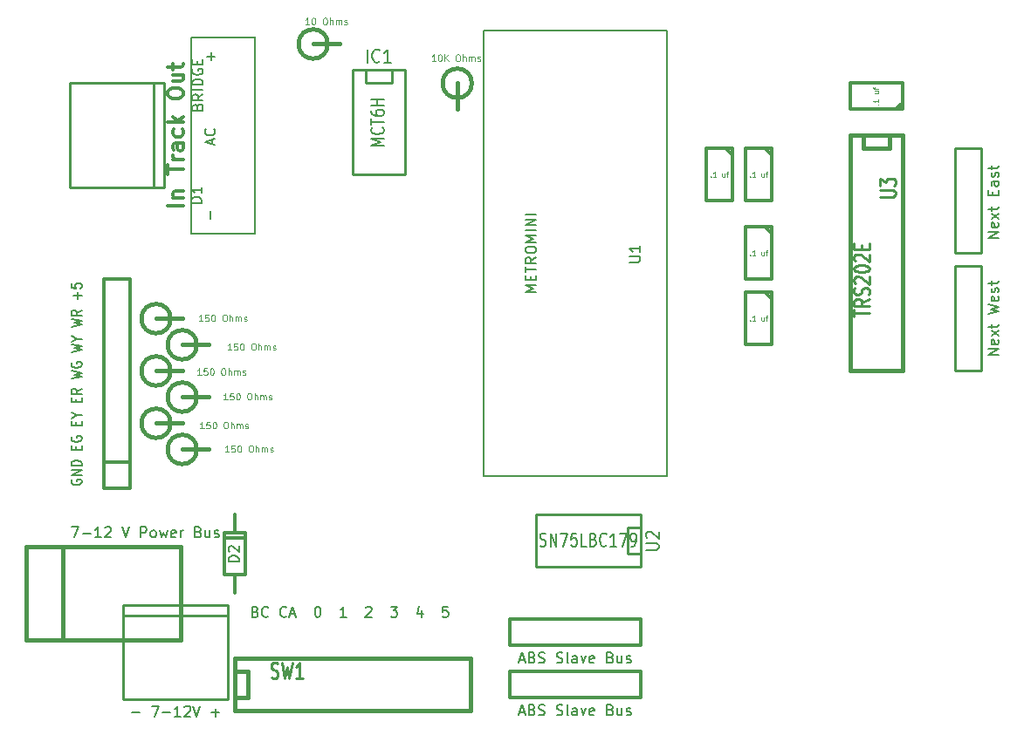
<source format=gto>
G04 (created by PCBNEW (2013-june-11)-stable) date Thu 26 Jul 2018 16:45:46 EDT*
%MOIN*%
G04 Gerber Fmt 3.4, Leading zero omitted, Abs format*
%FSLAX34Y34*%
G01*
G70*
G90*
G04 APERTURE LIST*
%ADD10C,0.00590551*%
%ADD11C,0.012*%
%ADD12C,0.015*%
%ADD13C,0.01*%
%ADD14C,0.0125*%
%ADD15C,0.008*%
%ADD16C,0.004*%
%ADD17C,0.01125*%
%ADD18C,0.00787402*%
G04 APERTURE END LIST*
G54D10*
G54D11*
X35500Y-67500D02*
X34500Y-67500D01*
X34500Y-67500D02*
X34500Y-59500D01*
X34500Y-59500D02*
X35500Y-59500D01*
X35500Y-59500D02*
X35500Y-67500D01*
X35500Y-66500D02*
X34500Y-66500D01*
G54D12*
X36500Y-61000D02*
X37500Y-61000D01*
X37059Y-61000D02*
G75*
G03X37059Y-61000I-559J0D01*
G74*
G01*
X37500Y-62000D02*
X38500Y-62000D01*
X38059Y-62000D02*
G75*
G03X38059Y-62000I-559J0D01*
G74*
G01*
X36500Y-63000D02*
X37500Y-63000D01*
X37059Y-63000D02*
G75*
G03X37059Y-63000I-559J0D01*
G74*
G01*
X37500Y-64000D02*
X38500Y-64000D01*
X38059Y-64000D02*
G75*
G03X38059Y-64000I-559J0D01*
G74*
G01*
X36500Y-65000D02*
X37500Y-65000D01*
X37059Y-65000D02*
G75*
G03X37059Y-65000I-559J0D01*
G74*
G01*
X37500Y-66000D02*
X38500Y-66000D01*
X38059Y-66000D02*
G75*
G03X38059Y-66000I-559J0D01*
G74*
G01*
X48000Y-52000D02*
X48000Y-53000D01*
X48559Y-52000D02*
G75*
G03X48559Y-52000I-559J0D01*
G74*
G01*
X42500Y-50500D02*
X43500Y-50500D01*
X43059Y-50500D02*
G75*
G03X43059Y-50500I-559J0D01*
G74*
G01*
G54D11*
X55000Y-75500D02*
X55000Y-74500D01*
X50000Y-74500D02*
X50000Y-75500D01*
X55000Y-75500D02*
X50000Y-75500D01*
X50000Y-74500D02*
X55000Y-74500D01*
X55000Y-73500D02*
X55000Y-72500D01*
X50000Y-72500D02*
X50000Y-73500D01*
X55000Y-73500D02*
X50000Y-73500D01*
X50000Y-72500D02*
X55000Y-72500D01*
G54D13*
X67000Y-58500D02*
X67000Y-54500D01*
X68000Y-58500D02*
X68000Y-54500D01*
X68000Y-54500D02*
X67000Y-54500D01*
X67000Y-58500D02*
X68000Y-58500D01*
X67000Y-63000D02*
X67000Y-59000D01*
X68000Y-63000D02*
X68000Y-59000D01*
X68000Y-59000D02*
X67000Y-59000D01*
X67000Y-63000D02*
X68000Y-63000D01*
X33500Y-52000D02*
X33200Y-52000D01*
X33200Y-52000D02*
X33200Y-56000D01*
X33200Y-56000D02*
X33500Y-56000D01*
X36800Y-52000D02*
X36800Y-56000D01*
X36800Y-56000D02*
X36400Y-56000D01*
X36400Y-56000D02*
X36400Y-52000D01*
X36400Y-52000D02*
X36800Y-52000D01*
X36500Y-52000D02*
X33500Y-52000D01*
X33500Y-56000D02*
X36500Y-56000D01*
G54D10*
X56003Y-49996D02*
X56003Y-67003D01*
X56003Y-67003D02*
X48996Y-67003D01*
X48996Y-67003D02*
X48996Y-49996D01*
X48996Y-49996D02*
X56003Y-49996D01*
X40287Y-50259D02*
X40287Y-57740D01*
X40287Y-57740D02*
X37826Y-57740D01*
X37826Y-57740D02*
X37826Y-50259D01*
X37826Y-50259D02*
X40287Y-50259D01*
X40287Y-50259D02*
X40287Y-50220D01*
G54D14*
X39500Y-69200D02*
X39500Y-68500D01*
X39500Y-70800D02*
X39500Y-71500D01*
X39100Y-69400D02*
X39900Y-69400D01*
X39100Y-70800D02*
X39900Y-70800D01*
X39900Y-70800D02*
X39900Y-69200D01*
X39900Y-69200D02*
X39100Y-69200D01*
X39100Y-69200D02*
X39100Y-70800D01*
G54D13*
X45500Y-51500D02*
X45500Y-52000D01*
X45500Y-52000D02*
X44500Y-52000D01*
X44500Y-52000D02*
X44500Y-51500D01*
X46000Y-51500D02*
X46000Y-55500D01*
X46000Y-55500D02*
X44000Y-55500D01*
X44000Y-55500D02*
X44000Y-51500D01*
X44000Y-51500D02*
X46000Y-51500D01*
X55000Y-70000D02*
X54500Y-70000D01*
X54500Y-70000D02*
X54500Y-69000D01*
X54500Y-69000D02*
X55000Y-69000D01*
X55000Y-70500D02*
X51000Y-70500D01*
X51000Y-70500D02*
X51000Y-68500D01*
X51000Y-68500D02*
X55000Y-68500D01*
X55000Y-68500D02*
X55000Y-70500D01*
G54D12*
X64500Y-54000D02*
X64500Y-54000D01*
X64500Y-54000D02*
X64500Y-54500D01*
X64500Y-54500D02*
X63500Y-54500D01*
X63500Y-54500D02*
X63500Y-54000D01*
X65000Y-54000D02*
X65000Y-63000D01*
X65000Y-63000D02*
X63000Y-63000D01*
X63000Y-63000D02*
X63000Y-54000D01*
X63000Y-54000D02*
X65000Y-54000D01*
G54D11*
X60000Y-54520D02*
X60000Y-56500D01*
X60000Y-56500D02*
X59000Y-56500D01*
X59000Y-56500D02*
X59000Y-54500D01*
X59000Y-54500D02*
X60000Y-54500D01*
X59750Y-54500D02*
X60000Y-54750D01*
X60000Y-57520D02*
X60000Y-59500D01*
X60000Y-59500D02*
X59000Y-59500D01*
X59000Y-59500D02*
X59000Y-57500D01*
X59000Y-57500D02*
X60000Y-57500D01*
X59750Y-57500D02*
X60000Y-57750D01*
X58500Y-54520D02*
X58500Y-56500D01*
X58500Y-56500D02*
X57500Y-56500D01*
X57500Y-56500D02*
X57500Y-54500D01*
X57500Y-54500D02*
X58500Y-54500D01*
X58250Y-54500D02*
X58500Y-54750D01*
X60000Y-60020D02*
X60000Y-62000D01*
X60000Y-62000D02*
X59000Y-62000D01*
X59000Y-62000D02*
X59000Y-60000D01*
X59000Y-60000D02*
X60000Y-60000D01*
X59750Y-60000D02*
X60000Y-60250D01*
X64980Y-53000D02*
X63000Y-53000D01*
X63000Y-53000D02*
X63000Y-52000D01*
X63000Y-52000D02*
X65000Y-52000D01*
X65000Y-52000D02*
X65000Y-53000D01*
X65000Y-52750D02*
X64750Y-53000D01*
G54D12*
X32925Y-69728D02*
X32925Y-73272D01*
X31547Y-69728D02*
X31547Y-73272D01*
X31547Y-73272D02*
X37452Y-73272D01*
X37452Y-73271D02*
X37452Y-69728D01*
X37452Y-69728D02*
X31547Y-69728D01*
X39500Y-74500D02*
X39500Y-74500D01*
X39500Y-74500D02*
X40000Y-74500D01*
X40000Y-74500D02*
X40000Y-75500D01*
X40000Y-75500D02*
X39500Y-75500D01*
X39500Y-74000D02*
X48500Y-74000D01*
X48500Y-74000D02*
X48500Y-76000D01*
X48500Y-76000D02*
X39500Y-76000D01*
X39500Y-76000D02*
X39500Y-74000D01*
G54D13*
X35250Y-75250D02*
X35250Y-75550D01*
X35250Y-75550D02*
X39250Y-75550D01*
X39250Y-75550D02*
X39250Y-75250D01*
X35250Y-71950D02*
X39250Y-71950D01*
X39250Y-71950D02*
X39250Y-72350D01*
X39250Y-72350D02*
X35250Y-72350D01*
X35250Y-72350D02*
X35250Y-71950D01*
X35250Y-72250D02*
X35250Y-75250D01*
X39250Y-75250D02*
X39250Y-72250D01*
G54D15*
X33280Y-67158D02*
X33261Y-67191D01*
X33261Y-67241D01*
X33280Y-67291D01*
X33319Y-67324D01*
X33357Y-67341D01*
X33433Y-67358D01*
X33490Y-67358D01*
X33566Y-67341D01*
X33604Y-67324D01*
X33642Y-67291D01*
X33661Y-67241D01*
X33661Y-67208D01*
X33642Y-67158D01*
X33623Y-67141D01*
X33490Y-67141D01*
X33490Y-67208D01*
X33661Y-66991D02*
X33261Y-66991D01*
X33661Y-66791D01*
X33261Y-66791D01*
X33661Y-66624D02*
X33261Y-66624D01*
X33261Y-66541D01*
X33280Y-66491D01*
X33319Y-66458D01*
X33357Y-66441D01*
X33433Y-66424D01*
X33490Y-66424D01*
X33566Y-66441D01*
X33604Y-66458D01*
X33642Y-66491D01*
X33661Y-66541D01*
X33661Y-66624D01*
X33452Y-66008D02*
X33452Y-65891D01*
X33661Y-65841D02*
X33661Y-66008D01*
X33261Y-66008D01*
X33261Y-65841D01*
X33280Y-65508D02*
X33261Y-65541D01*
X33261Y-65591D01*
X33280Y-65641D01*
X33319Y-65674D01*
X33357Y-65691D01*
X33433Y-65708D01*
X33490Y-65708D01*
X33566Y-65691D01*
X33604Y-65674D01*
X33642Y-65641D01*
X33661Y-65591D01*
X33661Y-65558D01*
X33642Y-65508D01*
X33623Y-65491D01*
X33490Y-65491D01*
X33490Y-65558D01*
X33452Y-65074D02*
X33452Y-64958D01*
X33661Y-64908D02*
X33661Y-65074D01*
X33261Y-65074D01*
X33261Y-64908D01*
X33471Y-64691D02*
X33661Y-64691D01*
X33261Y-64808D02*
X33471Y-64691D01*
X33261Y-64575D01*
X33452Y-64191D02*
X33452Y-64075D01*
X33661Y-64025D02*
X33661Y-64191D01*
X33261Y-64191D01*
X33261Y-64025D01*
X33661Y-63675D02*
X33471Y-63791D01*
X33661Y-63875D02*
X33261Y-63875D01*
X33261Y-63741D01*
X33280Y-63708D01*
X33300Y-63691D01*
X33338Y-63675D01*
X33395Y-63675D01*
X33433Y-63691D01*
X33452Y-63708D01*
X33471Y-63741D01*
X33471Y-63875D01*
X33261Y-63291D02*
X33661Y-63208D01*
X33376Y-63141D01*
X33661Y-63075D01*
X33261Y-62991D01*
X33280Y-62675D02*
X33261Y-62708D01*
X33261Y-62758D01*
X33280Y-62808D01*
X33319Y-62841D01*
X33357Y-62858D01*
X33433Y-62875D01*
X33490Y-62875D01*
X33566Y-62858D01*
X33604Y-62841D01*
X33642Y-62808D01*
X33661Y-62758D01*
X33661Y-62725D01*
X33642Y-62675D01*
X33623Y-62658D01*
X33490Y-62658D01*
X33490Y-62725D01*
X33261Y-62275D02*
X33661Y-62191D01*
X33376Y-62125D01*
X33661Y-62058D01*
X33261Y-61975D01*
X33471Y-61775D02*
X33661Y-61775D01*
X33261Y-61891D02*
X33471Y-61775D01*
X33261Y-61658D01*
X33261Y-61308D02*
X33661Y-61225D01*
X33376Y-61158D01*
X33661Y-61091D01*
X33261Y-61008D01*
X33661Y-60675D02*
X33471Y-60791D01*
X33661Y-60875D02*
X33261Y-60875D01*
X33261Y-60741D01*
X33280Y-60708D01*
X33300Y-60691D01*
X33338Y-60675D01*
X33395Y-60675D01*
X33433Y-60691D01*
X33452Y-60708D01*
X33471Y-60741D01*
X33471Y-60875D01*
X33509Y-60258D02*
X33509Y-59991D01*
X33661Y-60125D02*
X33357Y-60125D01*
X33261Y-59658D02*
X33261Y-59825D01*
X33452Y-59841D01*
X33433Y-59825D01*
X33414Y-59791D01*
X33414Y-59708D01*
X33433Y-59675D01*
X33452Y-59658D01*
X33490Y-59641D01*
X33585Y-59641D01*
X33623Y-59658D01*
X33642Y-59675D01*
X33661Y-59708D01*
X33661Y-59791D01*
X33642Y-59825D01*
X33623Y-59841D01*
G54D16*
X38276Y-61101D02*
X38133Y-61101D01*
X38204Y-61101D02*
X38204Y-60851D01*
X38180Y-60886D01*
X38157Y-60910D01*
X38133Y-60922D01*
X38502Y-60851D02*
X38383Y-60851D01*
X38371Y-60970D01*
X38383Y-60958D01*
X38407Y-60946D01*
X38466Y-60946D01*
X38490Y-60958D01*
X38502Y-60970D01*
X38514Y-60994D01*
X38514Y-61053D01*
X38502Y-61077D01*
X38490Y-61089D01*
X38466Y-61101D01*
X38407Y-61101D01*
X38383Y-61089D01*
X38371Y-61077D01*
X38669Y-60851D02*
X38692Y-60851D01*
X38716Y-60863D01*
X38728Y-60875D01*
X38740Y-60898D01*
X38752Y-60946D01*
X38752Y-61005D01*
X38740Y-61053D01*
X38728Y-61077D01*
X38716Y-61089D01*
X38692Y-61101D01*
X38669Y-61101D01*
X38645Y-61089D01*
X38633Y-61077D01*
X38621Y-61053D01*
X38609Y-61005D01*
X38609Y-60946D01*
X38621Y-60898D01*
X38633Y-60875D01*
X38645Y-60863D01*
X38669Y-60851D01*
X39097Y-60851D02*
X39145Y-60851D01*
X39169Y-60863D01*
X39192Y-60886D01*
X39204Y-60934D01*
X39204Y-61017D01*
X39192Y-61065D01*
X39169Y-61089D01*
X39145Y-61101D01*
X39097Y-61101D01*
X39073Y-61089D01*
X39050Y-61065D01*
X39038Y-61017D01*
X39038Y-60934D01*
X39050Y-60886D01*
X39073Y-60863D01*
X39097Y-60851D01*
X39311Y-61101D02*
X39311Y-60851D01*
X39419Y-61101D02*
X39419Y-60970D01*
X39407Y-60946D01*
X39383Y-60934D01*
X39347Y-60934D01*
X39323Y-60946D01*
X39311Y-60958D01*
X39538Y-61101D02*
X39538Y-60934D01*
X39538Y-60958D02*
X39550Y-60946D01*
X39573Y-60934D01*
X39609Y-60934D01*
X39633Y-60946D01*
X39645Y-60970D01*
X39645Y-61101D01*
X39645Y-60970D02*
X39657Y-60946D01*
X39680Y-60934D01*
X39716Y-60934D01*
X39740Y-60946D01*
X39752Y-60970D01*
X39752Y-61101D01*
X39859Y-61089D02*
X39883Y-61101D01*
X39930Y-61101D01*
X39954Y-61089D01*
X39966Y-61065D01*
X39966Y-61053D01*
X39954Y-61029D01*
X39930Y-61017D01*
X39895Y-61017D01*
X39871Y-61005D01*
X39859Y-60982D01*
X39859Y-60970D01*
X39871Y-60946D01*
X39895Y-60934D01*
X39930Y-60934D01*
X39954Y-60946D01*
X39376Y-62201D02*
X39233Y-62201D01*
X39304Y-62201D02*
X39304Y-61951D01*
X39280Y-61986D01*
X39257Y-62010D01*
X39233Y-62022D01*
X39602Y-61951D02*
X39483Y-61951D01*
X39471Y-62070D01*
X39483Y-62058D01*
X39507Y-62046D01*
X39566Y-62046D01*
X39590Y-62058D01*
X39602Y-62070D01*
X39614Y-62094D01*
X39614Y-62153D01*
X39602Y-62177D01*
X39590Y-62189D01*
X39566Y-62201D01*
X39507Y-62201D01*
X39483Y-62189D01*
X39471Y-62177D01*
X39769Y-61951D02*
X39792Y-61951D01*
X39816Y-61963D01*
X39828Y-61975D01*
X39840Y-61998D01*
X39852Y-62046D01*
X39852Y-62105D01*
X39840Y-62153D01*
X39828Y-62177D01*
X39816Y-62189D01*
X39792Y-62201D01*
X39769Y-62201D01*
X39745Y-62189D01*
X39733Y-62177D01*
X39721Y-62153D01*
X39709Y-62105D01*
X39709Y-62046D01*
X39721Y-61998D01*
X39733Y-61975D01*
X39745Y-61963D01*
X39769Y-61951D01*
X40197Y-61951D02*
X40245Y-61951D01*
X40269Y-61963D01*
X40292Y-61986D01*
X40304Y-62034D01*
X40304Y-62117D01*
X40292Y-62165D01*
X40269Y-62189D01*
X40245Y-62201D01*
X40197Y-62201D01*
X40173Y-62189D01*
X40150Y-62165D01*
X40138Y-62117D01*
X40138Y-62034D01*
X40150Y-61986D01*
X40173Y-61963D01*
X40197Y-61951D01*
X40411Y-62201D02*
X40411Y-61951D01*
X40519Y-62201D02*
X40519Y-62070D01*
X40507Y-62046D01*
X40483Y-62034D01*
X40447Y-62034D01*
X40423Y-62046D01*
X40411Y-62058D01*
X40638Y-62201D02*
X40638Y-62034D01*
X40638Y-62058D02*
X40650Y-62046D01*
X40673Y-62034D01*
X40709Y-62034D01*
X40733Y-62046D01*
X40745Y-62070D01*
X40745Y-62201D01*
X40745Y-62070D02*
X40757Y-62046D01*
X40780Y-62034D01*
X40816Y-62034D01*
X40840Y-62046D01*
X40852Y-62070D01*
X40852Y-62201D01*
X40959Y-62189D02*
X40983Y-62201D01*
X41030Y-62201D01*
X41054Y-62189D01*
X41066Y-62165D01*
X41066Y-62153D01*
X41054Y-62129D01*
X41030Y-62117D01*
X40995Y-62117D01*
X40971Y-62105D01*
X40959Y-62082D01*
X40959Y-62070D01*
X40971Y-62046D01*
X40995Y-62034D01*
X41030Y-62034D01*
X41054Y-62046D01*
X38226Y-63151D02*
X38083Y-63151D01*
X38154Y-63151D02*
X38154Y-62901D01*
X38130Y-62936D01*
X38107Y-62960D01*
X38083Y-62972D01*
X38452Y-62901D02*
X38333Y-62901D01*
X38321Y-63020D01*
X38333Y-63008D01*
X38357Y-62996D01*
X38416Y-62996D01*
X38440Y-63008D01*
X38452Y-63020D01*
X38464Y-63044D01*
X38464Y-63103D01*
X38452Y-63127D01*
X38440Y-63139D01*
X38416Y-63151D01*
X38357Y-63151D01*
X38333Y-63139D01*
X38321Y-63127D01*
X38619Y-62901D02*
X38642Y-62901D01*
X38666Y-62913D01*
X38678Y-62925D01*
X38690Y-62948D01*
X38702Y-62996D01*
X38702Y-63055D01*
X38690Y-63103D01*
X38678Y-63127D01*
X38666Y-63139D01*
X38642Y-63151D01*
X38619Y-63151D01*
X38595Y-63139D01*
X38583Y-63127D01*
X38571Y-63103D01*
X38559Y-63055D01*
X38559Y-62996D01*
X38571Y-62948D01*
X38583Y-62925D01*
X38595Y-62913D01*
X38619Y-62901D01*
X39047Y-62901D02*
X39095Y-62901D01*
X39119Y-62913D01*
X39142Y-62936D01*
X39154Y-62984D01*
X39154Y-63067D01*
X39142Y-63115D01*
X39119Y-63139D01*
X39095Y-63151D01*
X39047Y-63151D01*
X39023Y-63139D01*
X39000Y-63115D01*
X38988Y-63067D01*
X38988Y-62984D01*
X39000Y-62936D01*
X39023Y-62913D01*
X39047Y-62901D01*
X39261Y-63151D02*
X39261Y-62901D01*
X39369Y-63151D02*
X39369Y-63020D01*
X39357Y-62996D01*
X39333Y-62984D01*
X39297Y-62984D01*
X39273Y-62996D01*
X39261Y-63008D01*
X39488Y-63151D02*
X39488Y-62984D01*
X39488Y-63008D02*
X39500Y-62996D01*
X39523Y-62984D01*
X39559Y-62984D01*
X39583Y-62996D01*
X39595Y-63020D01*
X39595Y-63151D01*
X39595Y-63020D02*
X39607Y-62996D01*
X39630Y-62984D01*
X39666Y-62984D01*
X39690Y-62996D01*
X39702Y-63020D01*
X39702Y-63151D01*
X39809Y-63139D02*
X39833Y-63151D01*
X39880Y-63151D01*
X39904Y-63139D01*
X39916Y-63115D01*
X39916Y-63103D01*
X39904Y-63079D01*
X39880Y-63067D01*
X39845Y-63067D01*
X39821Y-63055D01*
X39809Y-63032D01*
X39809Y-63020D01*
X39821Y-62996D01*
X39845Y-62984D01*
X39880Y-62984D01*
X39904Y-62996D01*
X39226Y-64101D02*
X39083Y-64101D01*
X39154Y-64101D02*
X39154Y-63851D01*
X39130Y-63886D01*
X39107Y-63910D01*
X39083Y-63922D01*
X39452Y-63851D02*
X39333Y-63851D01*
X39321Y-63970D01*
X39333Y-63958D01*
X39357Y-63946D01*
X39416Y-63946D01*
X39440Y-63958D01*
X39452Y-63970D01*
X39464Y-63994D01*
X39464Y-64053D01*
X39452Y-64077D01*
X39440Y-64089D01*
X39416Y-64101D01*
X39357Y-64101D01*
X39333Y-64089D01*
X39321Y-64077D01*
X39619Y-63851D02*
X39642Y-63851D01*
X39666Y-63863D01*
X39678Y-63875D01*
X39690Y-63898D01*
X39702Y-63946D01*
X39702Y-64005D01*
X39690Y-64053D01*
X39678Y-64077D01*
X39666Y-64089D01*
X39642Y-64101D01*
X39619Y-64101D01*
X39595Y-64089D01*
X39583Y-64077D01*
X39571Y-64053D01*
X39559Y-64005D01*
X39559Y-63946D01*
X39571Y-63898D01*
X39583Y-63875D01*
X39595Y-63863D01*
X39619Y-63851D01*
X40047Y-63851D02*
X40095Y-63851D01*
X40119Y-63863D01*
X40142Y-63886D01*
X40154Y-63934D01*
X40154Y-64017D01*
X40142Y-64065D01*
X40119Y-64089D01*
X40095Y-64101D01*
X40047Y-64101D01*
X40023Y-64089D01*
X40000Y-64065D01*
X39988Y-64017D01*
X39988Y-63934D01*
X40000Y-63886D01*
X40023Y-63863D01*
X40047Y-63851D01*
X40261Y-64101D02*
X40261Y-63851D01*
X40369Y-64101D02*
X40369Y-63970D01*
X40357Y-63946D01*
X40333Y-63934D01*
X40297Y-63934D01*
X40273Y-63946D01*
X40261Y-63958D01*
X40488Y-64101D02*
X40488Y-63934D01*
X40488Y-63958D02*
X40500Y-63946D01*
X40523Y-63934D01*
X40559Y-63934D01*
X40583Y-63946D01*
X40595Y-63970D01*
X40595Y-64101D01*
X40595Y-63970D02*
X40607Y-63946D01*
X40630Y-63934D01*
X40666Y-63934D01*
X40690Y-63946D01*
X40702Y-63970D01*
X40702Y-64101D01*
X40809Y-64089D02*
X40833Y-64101D01*
X40880Y-64101D01*
X40904Y-64089D01*
X40916Y-64065D01*
X40916Y-64053D01*
X40904Y-64029D01*
X40880Y-64017D01*
X40845Y-64017D01*
X40821Y-64005D01*
X40809Y-63982D01*
X40809Y-63970D01*
X40821Y-63946D01*
X40845Y-63934D01*
X40880Y-63934D01*
X40904Y-63946D01*
X38326Y-65201D02*
X38183Y-65201D01*
X38254Y-65201D02*
X38254Y-64951D01*
X38230Y-64986D01*
X38207Y-65010D01*
X38183Y-65022D01*
X38552Y-64951D02*
X38433Y-64951D01*
X38421Y-65070D01*
X38433Y-65058D01*
X38457Y-65046D01*
X38516Y-65046D01*
X38540Y-65058D01*
X38552Y-65070D01*
X38564Y-65094D01*
X38564Y-65153D01*
X38552Y-65177D01*
X38540Y-65189D01*
X38516Y-65201D01*
X38457Y-65201D01*
X38433Y-65189D01*
X38421Y-65177D01*
X38719Y-64951D02*
X38742Y-64951D01*
X38766Y-64963D01*
X38778Y-64975D01*
X38790Y-64998D01*
X38802Y-65046D01*
X38802Y-65105D01*
X38790Y-65153D01*
X38778Y-65177D01*
X38766Y-65189D01*
X38742Y-65201D01*
X38719Y-65201D01*
X38695Y-65189D01*
X38683Y-65177D01*
X38671Y-65153D01*
X38659Y-65105D01*
X38659Y-65046D01*
X38671Y-64998D01*
X38683Y-64975D01*
X38695Y-64963D01*
X38719Y-64951D01*
X39147Y-64951D02*
X39195Y-64951D01*
X39219Y-64963D01*
X39242Y-64986D01*
X39254Y-65034D01*
X39254Y-65117D01*
X39242Y-65165D01*
X39219Y-65189D01*
X39195Y-65201D01*
X39147Y-65201D01*
X39123Y-65189D01*
X39100Y-65165D01*
X39088Y-65117D01*
X39088Y-65034D01*
X39100Y-64986D01*
X39123Y-64963D01*
X39147Y-64951D01*
X39361Y-65201D02*
X39361Y-64951D01*
X39469Y-65201D02*
X39469Y-65070D01*
X39457Y-65046D01*
X39433Y-65034D01*
X39397Y-65034D01*
X39373Y-65046D01*
X39361Y-65058D01*
X39588Y-65201D02*
X39588Y-65034D01*
X39588Y-65058D02*
X39600Y-65046D01*
X39623Y-65034D01*
X39659Y-65034D01*
X39683Y-65046D01*
X39695Y-65070D01*
X39695Y-65201D01*
X39695Y-65070D02*
X39707Y-65046D01*
X39730Y-65034D01*
X39766Y-65034D01*
X39790Y-65046D01*
X39802Y-65070D01*
X39802Y-65201D01*
X39909Y-65189D02*
X39933Y-65201D01*
X39980Y-65201D01*
X40004Y-65189D01*
X40016Y-65165D01*
X40016Y-65153D01*
X40004Y-65129D01*
X39980Y-65117D01*
X39945Y-65117D01*
X39921Y-65105D01*
X39909Y-65082D01*
X39909Y-65070D01*
X39921Y-65046D01*
X39945Y-65034D01*
X39980Y-65034D01*
X40004Y-65046D01*
X39276Y-66101D02*
X39133Y-66101D01*
X39204Y-66101D02*
X39204Y-65851D01*
X39180Y-65886D01*
X39157Y-65910D01*
X39133Y-65922D01*
X39502Y-65851D02*
X39383Y-65851D01*
X39371Y-65970D01*
X39383Y-65958D01*
X39407Y-65946D01*
X39466Y-65946D01*
X39490Y-65958D01*
X39502Y-65970D01*
X39514Y-65994D01*
X39514Y-66053D01*
X39502Y-66077D01*
X39490Y-66089D01*
X39466Y-66101D01*
X39407Y-66101D01*
X39383Y-66089D01*
X39371Y-66077D01*
X39669Y-65851D02*
X39692Y-65851D01*
X39716Y-65863D01*
X39728Y-65875D01*
X39740Y-65898D01*
X39752Y-65946D01*
X39752Y-66005D01*
X39740Y-66053D01*
X39728Y-66077D01*
X39716Y-66089D01*
X39692Y-66101D01*
X39669Y-66101D01*
X39645Y-66089D01*
X39633Y-66077D01*
X39621Y-66053D01*
X39609Y-66005D01*
X39609Y-65946D01*
X39621Y-65898D01*
X39633Y-65875D01*
X39645Y-65863D01*
X39669Y-65851D01*
X40097Y-65851D02*
X40145Y-65851D01*
X40169Y-65863D01*
X40192Y-65886D01*
X40204Y-65934D01*
X40204Y-66017D01*
X40192Y-66065D01*
X40169Y-66089D01*
X40145Y-66101D01*
X40097Y-66101D01*
X40073Y-66089D01*
X40050Y-66065D01*
X40038Y-66017D01*
X40038Y-65934D01*
X40050Y-65886D01*
X40073Y-65863D01*
X40097Y-65851D01*
X40311Y-66101D02*
X40311Y-65851D01*
X40419Y-66101D02*
X40419Y-65970D01*
X40407Y-65946D01*
X40383Y-65934D01*
X40347Y-65934D01*
X40323Y-65946D01*
X40311Y-65958D01*
X40538Y-66101D02*
X40538Y-65934D01*
X40538Y-65958D02*
X40550Y-65946D01*
X40573Y-65934D01*
X40609Y-65934D01*
X40633Y-65946D01*
X40645Y-65970D01*
X40645Y-66101D01*
X40645Y-65970D02*
X40657Y-65946D01*
X40680Y-65934D01*
X40716Y-65934D01*
X40740Y-65946D01*
X40752Y-65970D01*
X40752Y-66101D01*
X40859Y-66089D02*
X40883Y-66101D01*
X40930Y-66101D01*
X40954Y-66089D01*
X40966Y-66065D01*
X40966Y-66053D01*
X40954Y-66029D01*
X40930Y-66017D01*
X40895Y-66017D01*
X40871Y-66005D01*
X40859Y-65982D01*
X40859Y-65970D01*
X40871Y-65946D01*
X40895Y-65934D01*
X40930Y-65934D01*
X40954Y-65946D01*
X47170Y-51151D02*
X47027Y-51151D01*
X47098Y-51151D02*
X47098Y-50901D01*
X47075Y-50936D01*
X47051Y-50960D01*
X47027Y-50972D01*
X47325Y-50901D02*
X47348Y-50901D01*
X47372Y-50913D01*
X47384Y-50925D01*
X47396Y-50948D01*
X47408Y-50996D01*
X47408Y-51055D01*
X47396Y-51103D01*
X47384Y-51127D01*
X47372Y-51139D01*
X47348Y-51151D01*
X47325Y-51151D01*
X47301Y-51139D01*
X47289Y-51127D01*
X47277Y-51103D01*
X47265Y-51055D01*
X47265Y-50996D01*
X47277Y-50948D01*
X47289Y-50925D01*
X47301Y-50913D01*
X47325Y-50901D01*
X47515Y-51151D02*
X47515Y-50901D01*
X47658Y-51151D02*
X47551Y-51008D01*
X47658Y-50901D02*
X47515Y-51044D01*
X48003Y-50901D02*
X48051Y-50901D01*
X48075Y-50913D01*
X48098Y-50936D01*
X48110Y-50984D01*
X48110Y-51067D01*
X48098Y-51115D01*
X48075Y-51139D01*
X48051Y-51151D01*
X48003Y-51151D01*
X47979Y-51139D01*
X47955Y-51115D01*
X47944Y-51067D01*
X47944Y-50984D01*
X47955Y-50936D01*
X47979Y-50913D01*
X48003Y-50901D01*
X48217Y-51151D02*
X48217Y-50901D01*
X48325Y-51151D02*
X48325Y-51020D01*
X48313Y-50996D01*
X48289Y-50984D01*
X48253Y-50984D01*
X48229Y-50996D01*
X48217Y-51008D01*
X48444Y-51151D02*
X48444Y-50984D01*
X48444Y-51008D02*
X48455Y-50996D01*
X48479Y-50984D01*
X48515Y-50984D01*
X48539Y-50996D01*
X48551Y-51020D01*
X48551Y-51151D01*
X48551Y-51020D02*
X48563Y-50996D01*
X48586Y-50984D01*
X48622Y-50984D01*
X48646Y-50996D01*
X48658Y-51020D01*
X48658Y-51151D01*
X48765Y-51139D02*
X48789Y-51151D01*
X48836Y-51151D01*
X48860Y-51139D01*
X48872Y-51115D01*
X48872Y-51103D01*
X48860Y-51079D01*
X48836Y-51067D01*
X48801Y-51067D01*
X48777Y-51055D01*
X48765Y-51032D01*
X48765Y-51020D01*
X48777Y-50996D01*
X48801Y-50984D01*
X48836Y-50984D01*
X48860Y-50996D01*
X42345Y-49751D02*
X42202Y-49751D01*
X42273Y-49751D02*
X42273Y-49501D01*
X42250Y-49536D01*
X42226Y-49560D01*
X42202Y-49572D01*
X42500Y-49501D02*
X42523Y-49501D01*
X42547Y-49513D01*
X42559Y-49525D01*
X42571Y-49548D01*
X42583Y-49596D01*
X42583Y-49655D01*
X42571Y-49703D01*
X42559Y-49727D01*
X42547Y-49739D01*
X42523Y-49751D01*
X42500Y-49751D01*
X42476Y-49739D01*
X42464Y-49727D01*
X42452Y-49703D01*
X42440Y-49655D01*
X42440Y-49596D01*
X42452Y-49548D01*
X42464Y-49525D01*
X42476Y-49513D01*
X42500Y-49501D01*
X42928Y-49501D02*
X42976Y-49501D01*
X43000Y-49513D01*
X43023Y-49536D01*
X43035Y-49584D01*
X43035Y-49667D01*
X43023Y-49715D01*
X43000Y-49739D01*
X42976Y-49751D01*
X42928Y-49751D01*
X42904Y-49739D01*
X42880Y-49715D01*
X42869Y-49667D01*
X42869Y-49584D01*
X42880Y-49536D01*
X42904Y-49513D01*
X42928Y-49501D01*
X43142Y-49751D02*
X43142Y-49501D01*
X43250Y-49751D02*
X43250Y-49620D01*
X43238Y-49596D01*
X43214Y-49584D01*
X43178Y-49584D01*
X43154Y-49596D01*
X43142Y-49608D01*
X43369Y-49751D02*
X43369Y-49584D01*
X43369Y-49608D02*
X43380Y-49596D01*
X43404Y-49584D01*
X43440Y-49584D01*
X43464Y-49596D01*
X43476Y-49620D01*
X43476Y-49751D01*
X43476Y-49620D02*
X43488Y-49596D01*
X43511Y-49584D01*
X43547Y-49584D01*
X43571Y-49596D01*
X43583Y-49620D01*
X43583Y-49751D01*
X43690Y-49739D02*
X43714Y-49751D01*
X43761Y-49751D01*
X43785Y-49739D01*
X43797Y-49715D01*
X43797Y-49703D01*
X43785Y-49679D01*
X43761Y-49667D01*
X43726Y-49667D01*
X43702Y-49655D01*
X43690Y-49632D01*
X43690Y-49620D01*
X43702Y-49596D01*
X43726Y-49584D01*
X43761Y-49584D01*
X43785Y-49596D01*
G54D15*
X50366Y-76047D02*
X50557Y-76047D01*
X50328Y-76161D02*
X50461Y-75761D01*
X50595Y-76161D01*
X50861Y-75952D02*
X50919Y-75971D01*
X50938Y-75990D01*
X50957Y-76028D01*
X50957Y-76085D01*
X50938Y-76123D01*
X50919Y-76142D01*
X50880Y-76161D01*
X50728Y-76161D01*
X50728Y-75761D01*
X50861Y-75761D01*
X50900Y-75780D01*
X50919Y-75800D01*
X50938Y-75838D01*
X50938Y-75876D01*
X50919Y-75914D01*
X50900Y-75933D01*
X50861Y-75952D01*
X50728Y-75952D01*
X51109Y-76142D02*
X51166Y-76161D01*
X51261Y-76161D01*
X51300Y-76142D01*
X51319Y-76123D01*
X51338Y-76085D01*
X51338Y-76047D01*
X51319Y-76009D01*
X51300Y-75990D01*
X51261Y-75971D01*
X51185Y-75952D01*
X51147Y-75933D01*
X51128Y-75914D01*
X51109Y-75876D01*
X51109Y-75838D01*
X51128Y-75800D01*
X51147Y-75780D01*
X51185Y-75761D01*
X51280Y-75761D01*
X51338Y-75780D01*
X51795Y-76142D02*
X51852Y-76161D01*
X51947Y-76161D01*
X51985Y-76142D01*
X52004Y-76123D01*
X52023Y-76085D01*
X52023Y-76047D01*
X52004Y-76009D01*
X51985Y-75990D01*
X51947Y-75971D01*
X51871Y-75952D01*
X51833Y-75933D01*
X51814Y-75914D01*
X51795Y-75876D01*
X51795Y-75838D01*
X51814Y-75800D01*
X51833Y-75780D01*
X51871Y-75761D01*
X51966Y-75761D01*
X52023Y-75780D01*
X52252Y-76161D02*
X52214Y-76142D01*
X52195Y-76104D01*
X52195Y-75761D01*
X52576Y-76161D02*
X52576Y-75952D01*
X52557Y-75914D01*
X52519Y-75895D01*
X52442Y-75895D01*
X52404Y-75914D01*
X52576Y-76142D02*
X52538Y-76161D01*
X52442Y-76161D01*
X52404Y-76142D01*
X52385Y-76104D01*
X52385Y-76066D01*
X52404Y-76028D01*
X52442Y-76009D01*
X52538Y-76009D01*
X52576Y-75990D01*
X52728Y-75895D02*
X52823Y-76161D01*
X52919Y-75895D01*
X53223Y-76142D02*
X53185Y-76161D01*
X53109Y-76161D01*
X53071Y-76142D01*
X53052Y-76104D01*
X53052Y-75952D01*
X53071Y-75914D01*
X53109Y-75895D01*
X53185Y-75895D01*
X53223Y-75914D01*
X53242Y-75952D01*
X53242Y-75990D01*
X53052Y-76028D01*
X53852Y-75952D02*
X53909Y-75971D01*
X53928Y-75990D01*
X53947Y-76028D01*
X53947Y-76085D01*
X53928Y-76123D01*
X53909Y-76142D01*
X53871Y-76161D01*
X53719Y-76161D01*
X53719Y-75761D01*
X53852Y-75761D01*
X53890Y-75780D01*
X53909Y-75800D01*
X53928Y-75838D01*
X53928Y-75876D01*
X53909Y-75914D01*
X53890Y-75933D01*
X53852Y-75952D01*
X53719Y-75952D01*
X54290Y-75895D02*
X54290Y-76161D01*
X54119Y-75895D02*
X54119Y-76104D01*
X54138Y-76142D01*
X54176Y-76161D01*
X54233Y-76161D01*
X54271Y-76142D01*
X54290Y-76123D01*
X54461Y-76142D02*
X54500Y-76161D01*
X54576Y-76161D01*
X54614Y-76142D01*
X54633Y-76104D01*
X54633Y-76085D01*
X54614Y-76047D01*
X54576Y-76028D01*
X54519Y-76028D01*
X54480Y-76009D01*
X54461Y-75971D01*
X54461Y-75952D01*
X54480Y-75914D01*
X54519Y-75895D01*
X54576Y-75895D01*
X54614Y-75914D01*
X50366Y-74047D02*
X50557Y-74047D01*
X50328Y-74161D02*
X50461Y-73761D01*
X50595Y-74161D01*
X50861Y-73952D02*
X50919Y-73971D01*
X50938Y-73990D01*
X50957Y-74028D01*
X50957Y-74085D01*
X50938Y-74123D01*
X50919Y-74142D01*
X50880Y-74161D01*
X50728Y-74161D01*
X50728Y-73761D01*
X50861Y-73761D01*
X50900Y-73780D01*
X50919Y-73800D01*
X50938Y-73838D01*
X50938Y-73876D01*
X50919Y-73914D01*
X50900Y-73933D01*
X50861Y-73952D01*
X50728Y-73952D01*
X51109Y-74142D02*
X51166Y-74161D01*
X51261Y-74161D01*
X51300Y-74142D01*
X51319Y-74123D01*
X51338Y-74085D01*
X51338Y-74047D01*
X51319Y-74009D01*
X51300Y-73990D01*
X51261Y-73971D01*
X51185Y-73952D01*
X51147Y-73933D01*
X51128Y-73914D01*
X51109Y-73876D01*
X51109Y-73838D01*
X51128Y-73800D01*
X51147Y-73780D01*
X51185Y-73761D01*
X51280Y-73761D01*
X51338Y-73780D01*
X51795Y-74142D02*
X51852Y-74161D01*
X51947Y-74161D01*
X51985Y-74142D01*
X52004Y-74123D01*
X52023Y-74085D01*
X52023Y-74047D01*
X52004Y-74009D01*
X51985Y-73990D01*
X51947Y-73971D01*
X51871Y-73952D01*
X51833Y-73933D01*
X51814Y-73914D01*
X51795Y-73876D01*
X51795Y-73838D01*
X51814Y-73800D01*
X51833Y-73780D01*
X51871Y-73761D01*
X51966Y-73761D01*
X52023Y-73780D01*
X52252Y-74161D02*
X52214Y-74142D01*
X52195Y-74104D01*
X52195Y-73761D01*
X52576Y-74161D02*
X52576Y-73952D01*
X52557Y-73914D01*
X52519Y-73895D01*
X52442Y-73895D01*
X52404Y-73914D01*
X52576Y-74142D02*
X52538Y-74161D01*
X52442Y-74161D01*
X52404Y-74142D01*
X52385Y-74104D01*
X52385Y-74066D01*
X52404Y-74028D01*
X52442Y-74009D01*
X52538Y-74009D01*
X52576Y-73990D01*
X52728Y-73895D02*
X52823Y-74161D01*
X52919Y-73895D01*
X53223Y-74142D02*
X53185Y-74161D01*
X53109Y-74161D01*
X53071Y-74142D01*
X53052Y-74104D01*
X53052Y-73952D01*
X53071Y-73914D01*
X53109Y-73895D01*
X53185Y-73895D01*
X53223Y-73914D01*
X53242Y-73952D01*
X53242Y-73990D01*
X53052Y-74028D01*
X53852Y-73952D02*
X53909Y-73971D01*
X53928Y-73990D01*
X53947Y-74028D01*
X53947Y-74085D01*
X53928Y-74123D01*
X53909Y-74142D01*
X53871Y-74161D01*
X53719Y-74161D01*
X53719Y-73761D01*
X53852Y-73761D01*
X53890Y-73780D01*
X53909Y-73800D01*
X53928Y-73838D01*
X53928Y-73876D01*
X53909Y-73914D01*
X53890Y-73933D01*
X53852Y-73952D01*
X53719Y-73952D01*
X54290Y-73895D02*
X54290Y-74161D01*
X54119Y-73895D02*
X54119Y-74104D01*
X54138Y-74142D01*
X54176Y-74161D01*
X54233Y-74161D01*
X54271Y-74142D01*
X54290Y-74123D01*
X54461Y-74142D02*
X54500Y-74161D01*
X54576Y-74161D01*
X54614Y-74142D01*
X54633Y-74104D01*
X54633Y-74085D01*
X54614Y-74047D01*
X54576Y-74028D01*
X54519Y-74028D01*
X54480Y-74009D01*
X54461Y-73971D01*
X54461Y-73952D01*
X54480Y-73914D01*
X54519Y-73895D01*
X54576Y-73895D01*
X54614Y-73914D01*
X68661Y-57902D02*
X68261Y-57902D01*
X68661Y-57673D01*
X68261Y-57673D01*
X68642Y-57330D02*
X68661Y-57369D01*
X68661Y-57445D01*
X68642Y-57483D01*
X68604Y-57502D01*
X68452Y-57502D01*
X68414Y-57483D01*
X68395Y-57445D01*
X68395Y-57369D01*
X68414Y-57330D01*
X68452Y-57311D01*
X68490Y-57311D01*
X68528Y-57502D01*
X68661Y-57178D02*
X68395Y-56969D01*
X68395Y-57178D02*
X68661Y-56969D01*
X68395Y-56873D02*
X68395Y-56721D01*
X68261Y-56816D02*
X68604Y-56816D01*
X68642Y-56797D01*
X68661Y-56759D01*
X68661Y-56721D01*
X68452Y-56283D02*
X68452Y-56150D01*
X68661Y-56092D02*
X68661Y-56283D01*
X68261Y-56283D01*
X68261Y-56092D01*
X68661Y-55750D02*
X68452Y-55750D01*
X68414Y-55769D01*
X68395Y-55807D01*
X68395Y-55883D01*
X68414Y-55921D01*
X68642Y-55750D02*
X68661Y-55788D01*
X68661Y-55883D01*
X68642Y-55921D01*
X68604Y-55940D01*
X68566Y-55940D01*
X68528Y-55921D01*
X68509Y-55883D01*
X68509Y-55788D01*
X68490Y-55750D01*
X68642Y-55578D02*
X68661Y-55540D01*
X68661Y-55464D01*
X68642Y-55426D01*
X68604Y-55407D01*
X68585Y-55407D01*
X68547Y-55426D01*
X68528Y-55464D01*
X68528Y-55521D01*
X68509Y-55559D01*
X68471Y-55578D01*
X68452Y-55578D01*
X68414Y-55559D01*
X68395Y-55521D01*
X68395Y-55464D01*
X68414Y-55426D01*
X68395Y-55292D02*
X68395Y-55140D01*
X68261Y-55235D02*
X68604Y-55235D01*
X68642Y-55216D01*
X68661Y-55178D01*
X68661Y-55140D01*
X68661Y-62390D02*
X68261Y-62390D01*
X68661Y-62161D01*
X68261Y-62161D01*
X68642Y-61819D02*
X68661Y-61857D01*
X68661Y-61933D01*
X68642Y-61971D01*
X68604Y-61990D01*
X68452Y-61990D01*
X68414Y-61971D01*
X68395Y-61933D01*
X68395Y-61857D01*
X68414Y-61819D01*
X68452Y-61799D01*
X68490Y-61799D01*
X68528Y-61990D01*
X68661Y-61666D02*
X68395Y-61457D01*
X68395Y-61666D02*
X68661Y-61457D01*
X68395Y-61361D02*
X68395Y-61209D01*
X68261Y-61304D02*
X68604Y-61304D01*
X68642Y-61285D01*
X68661Y-61247D01*
X68661Y-61209D01*
X68261Y-60809D02*
X68661Y-60714D01*
X68376Y-60638D01*
X68661Y-60561D01*
X68261Y-60466D01*
X68642Y-60161D02*
X68661Y-60200D01*
X68661Y-60276D01*
X68642Y-60314D01*
X68604Y-60333D01*
X68452Y-60333D01*
X68414Y-60314D01*
X68395Y-60276D01*
X68395Y-60200D01*
X68414Y-60161D01*
X68452Y-60142D01*
X68490Y-60142D01*
X68528Y-60333D01*
X68642Y-59990D02*
X68661Y-59952D01*
X68661Y-59876D01*
X68642Y-59838D01*
X68604Y-59819D01*
X68585Y-59819D01*
X68547Y-59838D01*
X68528Y-59876D01*
X68528Y-59933D01*
X68509Y-59971D01*
X68471Y-59990D01*
X68452Y-59990D01*
X68414Y-59971D01*
X68395Y-59933D01*
X68395Y-59876D01*
X68414Y-59838D01*
X68395Y-59704D02*
X68395Y-59552D01*
X68261Y-59647D02*
X68604Y-59647D01*
X68642Y-59628D01*
X68661Y-59590D01*
X68661Y-59552D01*
G54D11*
X37542Y-56671D02*
X36942Y-56671D01*
X37142Y-56385D02*
X37542Y-56385D01*
X37200Y-56385D02*
X37171Y-56357D01*
X37142Y-56300D01*
X37142Y-56214D01*
X37171Y-56157D01*
X37228Y-56128D01*
X37542Y-56128D01*
X36942Y-55471D02*
X36942Y-55128D01*
X37542Y-55300D02*
X36942Y-55300D01*
X37542Y-54928D02*
X37142Y-54928D01*
X37257Y-54928D02*
X37200Y-54899D01*
X37171Y-54871D01*
X37142Y-54814D01*
X37142Y-54757D01*
X37542Y-54299D02*
X37228Y-54299D01*
X37171Y-54328D01*
X37142Y-54385D01*
X37142Y-54499D01*
X37171Y-54557D01*
X37514Y-54299D02*
X37542Y-54357D01*
X37542Y-54499D01*
X37514Y-54557D01*
X37457Y-54585D01*
X37400Y-54585D01*
X37342Y-54557D01*
X37314Y-54499D01*
X37314Y-54357D01*
X37285Y-54299D01*
X37514Y-53757D02*
X37542Y-53814D01*
X37542Y-53928D01*
X37514Y-53985D01*
X37485Y-54014D01*
X37428Y-54042D01*
X37257Y-54042D01*
X37200Y-54014D01*
X37171Y-53985D01*
X37142Y-53928D01*
X37142Y-53814D01*
X37171Y-53757D01*
X37542Y-53499D02*
X36942Y-53499D01*
X37314Y-53442D02*
X37542Y-53271D01*
X37142Y-53271D02*
X37371Y-53499D01*
X36942Y-52442D02*
X36942Y-52328D01*
X36971Y-52271D01*
X37028Y-52214D01*
X37142Y-52185D01*
X37342Y-52185D01*
X37457Y-52214D01*
X37514Y-52271D01*
X37542Y-52328D01*
X37542Y-52442D01*
X37514Y-52499D01*
X37457Y-52557D01*
X37342Y-52585D01*
X37142Y-52585D01*
X37028Y-52557D01*
X36971Y-52499D01*
X36942Y-52442D01*
X37142Y-51671D02*
X37542Y-51671D01*
X37142Y-51928D02*
X37457Y-51928D01*
X37514Y-51899D01*
X37542Y-51842D01*
X37542Y-51757D01*
X37514Y-51699D01*
X37485Y-51671D01*
X37142Y-51471D02*
X37142Y-51242D01*
X36942Y-51385D02*
X37457Y-51385D01*
X37514Y-51357D01*
X37542Y-51300D01*
X37542Y-51242D01*
G54D10*
X54588Y-58839D02*
X54907Y-58839D01*
X54944Y-58820D01*
X54963Y-58801D01*
X54982Y-58764D01*
X54982Y-58689D01*
X54963Y-58651D01*
X54944Y-58633D01*
X54907Y-58614D01*
X54588Y-58614D01*
X54982Y-58220D02*
X54982Y-58445D01*
X54982Y-58333D02*
X54588Y-58333D01*
X54644Y-58370D01*
X54682Y-58408D01*
X54700Y-58445D01*
X51005Y-59981D02*
X50612Y-59981D01*
X50893Y-59849D01*
X50612Y-59718D01*
X51005Y-59718D01*
X50799Y-59531D02*
X50799Y-59399D01*
X51005Y-59343D02*
X51005Y-59531D01*
X50612Y-59531D01*
X50612Y-59343D01*
X50612Y-59231D02*
X50612Y-59006D01*
X51005Y-59118D02*
X50612Y-59118D01*
X51005Y-58649D02*
X50818Y-58781D01*
X51005Y-58874D02*
X50612Y-58874D01*
X50612Y-58724D01*
X50630Y-58687D01*
X50649Y-58668D01*
X50687Y-58649D01*
X50743Y-58649D01*
X50780Y-58668D01*
X50799Y-58687D01*
X50818Y-58724D01*
X50818Y-58874D01*
X50612Y-58406D02*
X50612Y-58331D01*
X50630Y-58293D01*
X50668Y-58256D01*
X50743Y-58237D01*
X50874Y-58237D01*
X50949Y-58256D01*
X50987Y-58293D01*
X51005Y-58331D01*
X51005Y-58406D01*
X50987Y-58443D01*
X50949Y-58481D01*
X50874Y-58499D01*
X50743Y-58499D01*
X50668Y-58481D01*
X50630Y-58443D01*
X50612Y-58406D01*
X51005Y-58068D02*
X50612Y-58068D01*
X50893Y-57937D01*
X50612Y-57806D01*
X51005Y-57806D01*
X51005Y-57618D02*
X50612Y-57618D01*
X51005Y-57431D02*
X50612Y-57431D01*
X51005Y-57206D01*
X50612Y-57206D01*
X51005Y-57018D02*
X50612Y-57018D01*
X38242Y-56574D02*
X37848Y-56574D01*
X37848Y-56480D01*
X37867Y-56424D01*
X37904Y-56386D01*
X37942Y-56367D01*
X38017Y-56349D01*
X38073Y-56349D01*
X38148Y-56367D01*
X38185Y-56386D01*
X38223Y-56424D01*
X38242Y-56480D01*
X38242Y-56574D01*
X38242Y-55974D02*
X38242Y-56199D01*
X38242Y-56086D02*
X37848Y-56086D01*
X37904Y-56124D01*
X37942Y-56161D01*
X37960Y-56199D01*
X38075Y-52905D02*
X38093Y-52848D01*
X38112Y-52830D01*
X38150Y-52811D01*
X38206Y-52811D01*
X38243Y-52830D01*
X38262Y-52848D01*
X38281Y-52886D01*
X38281Y-53036D01*
X37887Y-53036D01*
X37887Y-52905D01*
X37906Y-52867D01*
X37925Y-52848D01*
X37962Y-52830D01*
X38000Y-52830D01*
X38037Y-52848D01*
X38056Y-52867D01*
X38075Y-52905D01*
X38075Y-53036D01*
X38281Y-52417D02*
X38093Y-52548D01*
X38281Y-52642D02*
X37887Y-52642D01*
X37887Y-52492D01*
X37906Y-52455D01*
X37925Y-52436D01*
X37962Y-52417D01*
X38018Y-52417D01*
X38056Y-52436D01*
X38075Y-52455D01*
X38093Y-52492D01*
X38093Y-52642D01*
X38281Y-52248D02*
X37887Y-52248D01*
X38281Y-52061D02*
X37887Y-52061D01*
X37887Y-51967D01*
X37906Y-51911D01*
X37943Y-51874D01*
X37981Y-51855D01*
X38056Y-51836D01*
X38112Y-51836D01*
X38187Y-51855D01*
X38225Y-51874D01*
X38262Y-51911D01*
X38281Y-51967D01*
X38281Y-52061D01*
X37906Y-51461D02*
X37887Y-51499D01*
X37887Y-51555D01*
X37906Y-51611D01*
X37943Y-51649D01*
X37981Y-51667D01*
X38056Y-51686D01*
X38112Y-51686D01*
X38187Y-51667D01*
X38225Y-51649D01*
X38262Y-51611D01*
X38281Y-51555D01*
X38281Y-51517D01*
X38262Y-51461D01*
X38243Y-51442D01*
X38112Y-51442D01*
X38112Y-51517D01*
X38075Y-51274D02*
X38075Y-51142D01*
X38281Y-51086D02*
X38281Y-51274D01*
X37887Y-51274D01*
X37887Y-51086D01*
X38641Y-54329D02*
X38641Y-54142D01*
X38753Y-54367D02*
X38360Y-54236D01*
X38753Y-54104D01*
X38716Y-53748D02*
X38735Y-53767D01*
X38753Y-53823D01*
X38753Y-53861D01*
X38735Y-53917D01*
X38697Y-53955D01*
X38660Y-53973D01*
X38585Y-53992D01*
X38528Y-53992D01*
X38453Y-53973D01*
X38416Y-53955D01*
X38378Y-53917D01*
X38360Y-53861D01*
X38360Y-53823D01*
X38378Y-53767D01*
X38397Y-53748D01*
X38564Y-57181D02*
X38564Y-56881D01*
X38603Y-51118D02*
X38603Y-50818D01*
X38753Y-50968D02*
X38453Y-50968D01*
G54D15*
X39661Y-70295D02*
X39261Y-70295D01*
X39261Y-70199D01*
X39280Y-70142D01*
X39319Y-70104D01*
X39357Y-70085D01*
X39433Y-70066D01*
X39490Y-70066D01*
X39566Y-70085D01*
X39604Y-70104D01*
X39642Y-70142D01*
X39661Y-70199D01*
X39661Y-70295D01*
X39300Y-69914D02*
X39280Y-69895D01*
X39261Y-69857D01*
X39261Y-69761D01*
X39280Y-69723D01*
X39300Y-69704D01*
X39338Y-69685D01*
X39376Y-69685D01*
X39433Y-69704D01*
X39661Y-69933D01*
X39661Y-69685D01*
X44560Y-51202D02*
X44560Y-50702D01*
X45032Y-51154D02*
X45010Y-51178D01*
X44946Y-51202D01*
X44903Y-51202D01*
X44839Y-51178D01*
X44796Y-51130D01*
X44775Y-51083D01*
X44753Y-50988D01*
X44753Y-50916D01*
X44775Y-50821D01*
X44796Y-50773D01*
X44839Y-50726D01*
X44903Y-50702D01*
X44946Y-50702D01*
X45010Y-50726D01*
X45032Y-50750D01*
X45460Y-51202D02*
X45203Y-51202D01*
X45332Y-51202D02*
X45332Y-50702D01*
X45289Y-50773D01*
X45246Y-50821D01*
X45203Y-50845D01*
X45202Y-54385D02*
X44702Y-54385D01*
X45059Y-54252D01*
X44702Y-54119D01*
X45202Y-54119D01*
X45154Y-53700D02*
X45178Y-53719D01*
X45202Y-53776D01*
X45202Y-53814D01*
X45178Y-53871D01*
X45130Y-53909D01*
X45083Y-53928D01*
X44988Y-53947D01*
X44916Y-53947D01*
X44821Y-53928D01*
X44773Y-53909D01*
X44726Y-53871D01*
X44702Y-53814D01*
X44702Y-53776D01*
X44726Y-53719D01*
X44750Y-53700D01*
X44702Y-53585D02*
X44702Y-53357D01*
X45202Y-53471D02*
X44702Y-53471D01*
X44702Y-53052D02*
X44702Y-53128D01*
X44726Y-53166D01*
X44750Y-53185D01*
X44821Y-53223D01*
X44916Y-53242D01*
X45107Y-53242D01*
X45154Y-53223D01*
X45178Y-53204D01*
X45202Y-53166D01*
X45202Y-53090D01*
X45178Y-53052D01*
X45154Y-53033D01*
X45107Y-53014D01*
X44988Y-53014D01*
X44940Y-53033D01*
X44916Y-53052D01*
X44892Y-53090D01*
X44892Y-53166D01*
X44916Y-53204D01*
X44940Y-53223D01*
X44988Y-53242D01*
X45202Y-52842D02*
X44702Y-52842D01*
X44940Y-52842D02*
X44940Y-52614D01*
X45202Y-52614D02*
X44702Y-52614D01*
X55202Y-69842D02*
X55607Y-69842D01*
X55654Y-69821D01*
X55678Y-69800D01*
X55702Y-69757D01*
X55702Y-69671D01*
X55678Y-69628D01*
X55654Y-69607D01*
X55607Y-69585D01*
X55202Y-69585D01*
X55250Y-69392D02*
X55226Y-69371D01*
X55202Y-69328D01*
X55202Y-69221D01*
X55226Y-69178D01*
X55250Y-69157D01*
X55297Y-69135D01*
X55345Y-69135D01*
X55416Y-69157D01*
X55702Y-69414D01*
X55702Y-69135D01*
X51161Y-69678D02*
X51219Y-69702D01*
X51314Y-69702D01*
X51352Y-69678D01*
X51371Y-69654D01*
X51390Y-69607D01*
X51390Y-69559D01*
X51371Y-69511D01*
X51352Y-69488D01*
X51314Y-69464D01*
X51238Y-69440D01*
X51200Y-69416D01*
X51180Y-69392D01*
X51161Y-69345D01*
X51161Y-69297D01*
X51180Y-69250D01*
X51200Y-69226D01*
X51238Y-69202D01*
X51333Y-69202D01*
X51390Y-69226D01*
X51561Y-69702D02*
X51561Y-69202D01*
X51790Y-69702D01*
X51790Y-69202D01*
X51942Y-69202D02*
X52209Y-69202D01*
X52038Y-69702D01*
X52552Y-69202D02*
X52361Y-69202D01*
X52342Y-69440D01*
X52361Y-69416D01*
X52400Y-69392D01*
X52495Y-69392D01*
X52533Y-69416D01*
X52552Y-69440D01*
X52571Y-69488D01*
X52571Y-69607D01*
X52552Y-69654D01*
X52533Y-69678D01*
X52495Y-69702D01*
X52400Y-69702D01*
X52361Y-69678D01*
X52342Y-69654D01*
X52933Y-69702D02*
X52742Y-69702D01*
X52742Y-69202D01*
X53200Y-69440D02*
X53257Y-69464D01*
X53276Y-69488D01*
X53295Y-69535D01*
X53295Y-69607D01*
X53276Y-69654D01*
X53257Y-69678D01*
X53219Y-69702D01*
X53066Y-69702D01*
X53066Y-69202D01*
X53200Y-69202D01*
X53238Y-69226D01*
X53257Y-69250D01*
X53276Y-69297D01*
X53276Y-69345D01*
X53257Y-69392D01*
X53238Y-69416D01*
X53200Y-69440D01*
X53066Y-69440D01*
X53695Y-69654D02*
X53676Y-69678D01*
X53619Y-69702D01*
X53580Y-69702D01*
X53523Y-69678D01*
X53485Y-69630D01*
X53466Y-69583D01*
X53447Y-69488D01*
X53447Y-69416D01*
X53466Y-69321D01*
X53485Y-69273D01*
X53523Y-69226D01*
X53580Y-69202D01*
X53619Y-69202D01*
X53676Y-69226D01*
X53695Y-69250D01*
X54076Y-69702D02*
X53847Y-69702D01*
X53961Y-69702D02*
X53961Y-69202D01*
X53923Y-69273D01*
X53885Y-69321D01*
X53847Y-69345D01*
X54209Y-69202D02*
X54476Y-69202D01*
X54304Y-69702D01*
X54647Y-69702D02*
X54723Y-69702D01*
X54761Y-69678D01*
X54780Y-69654D01*
X54819Y-69583D01*
X54838Y-69488D01*
X54838Y-69297D01*
X54819Y-69250D01*
X54800Y-69226D01*
X54761Y-69202D01*
X54685Y-69202D01*
X54647Y-69226D01*
X54628Y-69250D01*
X54609Y-69297D01*
X54609Y-69416D01*
X54628Y-69464D01*
X54647Y-69488D01*
X54685Y-69511D01*
X54761Y-69511D01*
X54800Y-69488D01*
X54819Y-69464D01*
X54838Y-69416D01*
G54D17*
X64142Y-56342D02*
X64628Y-56342D01*
X64685Y-56321D01*
X64714Y-56300D01*
X64742Y-56257D01*
X64742Y-56171D01*
X64714Y-56128D01*
X64685Y-56107D01*
X64628Y-56085D01*
X64142Y-56085D01*
X64142Y-55914D02*
X64142Y-55635D01*
X64371Y-55785D01*
X64371Y-55721D01*
X64400Y-55678D01*
X64428Y-55657D01*
X64485Y-55635D01*
X64628Y-55635D01*
X64685Y-55657D01*
X64714Y-55678D01*
X64742Y-55721D01*
X64742Y-55850D01*
X64714Y-55892D01*
X64685Y-55914D01*
G54D11*
G54D17*
X63142Y-60914D02*
X63142Y-60657D01*
X63742Y-60785D02*
X63142Y-60785D01*
X63742Y-60249D02*
X63457Y-60399D01*
X63742Y-60507D02*
X63142Y-60507D01*
X63142Y-60335D01*
X63171Y-60292D01*
X63200Y-60271D01*
X63257Y-60249D01*
X63342Y-60249D01*
X63400Y-60271D01*
X63428Y-60292D01*
X63457Y-60335D01*
X63457Y-60507D01*
X63714Y-60078D02*
X63742Y-60014D01*
X63742Y-59907D01*
X63714Y-59864D01*
X63685Y-59842D01*
X63628Y-59821D01*
X63571Y-59821D01*
X63514Y-59842D01*
X63485Y-59864D01*
X63457Y-59907D01*
X63428Y-59992D01*
X63400Y-60035D01*
X63371Y-60057D01*
X63314Y-60078D01*
X63257Y-60078D01*
X63200Y-60057D01*
X63171Y-60035D01*
X63142Y-59992D01*
X63142Y-59885D01*
X63171Y-59821D01*
X63200Y-59650D02*
X63171Y-59628D01*
X63142Y-59585D01*
X63142Y-59478D01*
X63171Y-59435D01*
X63200Y-59414D01*
X63257Y-59392D01*
X63314Y-59392D01*
X63400Y-59414D01*
X63742Y-59671D01*
X63742Y-59392D01*
X63142Y-59114D02*
X63142Y-59071D01*
X63171Y-59028D01*
X63200Y-59007D01*
X63257Y-58985D01*
X63371Y-58964D01*
X63514Y-58964D01*
X63628Y-58985D01*
X63685Y-59007D01*
X63714Y-59028D01*
X63742Y-59071D01*
X63742Y-59114D01*
X63714Y-59157D01*
X63685Y-59178D01*
X63628Y-59200D01*
X63514Y-59221D01*
X63371Y-59221D01*
X63257Y-59200D01*
X63200Y-59178D01*
X63171Y-59157D01*
X63142Y-59114D01*
X63200Y-58792D02*
X63171Y-58771D01*
X63142Y-58728D01*
X63142Y-58621D01*
X63171Y-58578D01*
X63200Y-58557D01*
X63257Y-58535D01*
X63314Y-58535D01*
X63400Y-58557D01*
X63742Y-58814D01*
X63742Y-58535D01*
X63428Y-58342D02*
X63428Y-58192D01*
X63742Y-58128D02*
X63742Y-58342D01*
X63142Y-58342D01*
X63142Y-58128D01*
G54D11*
G54D16*
X59185Y-55560D02*
X59195Y-55570D01*
X59185Y-55579D01*
X59176Y-55570D01*
X59185Y-55560D01*
X59185Y-55579D01*
X59382Y-55579D02*
X59270Y-55579D01*
X59326Y-55579D02*
X59326Y-55382D01*
X59307Y-55410D01*
X59289Y-55429D01*
X59270Y-55439D01*
X59701Y-55448D02*
X59701Y-55579D01*
X59617Y-55448D02*
X59617Y-55551D01*
X59626Y-55570D01*
X59645Y-55579D01*
X59673Y-55579D01*
X59692Y-55570D01*
X59701Y-55560D01*
X59767Y-55448D02*
X59842Y-55448D01*
X59795Y-55579D02*
X59795Y-55410D01*
X59804Y-55392D01*
X59823Y-55382D01*
X59842Y-55382D01*
X59185Y-58560D02*
X59195Y-58570D01*
X59185Y-58579D01*
X59176Y-58570D01*
X59185Y-58560D01*
X59185Y-58579D01*
X59382Y-58579D02*
X59270Y-58579D01*
X59326Y-58579D02*
X59326Y-58382D01*
X59307Y-58410D01*
X59289Y-58429D01*
X59270Y-58439D01*
X59701Y-58448D02*
X59701Y-58579D01*
X59617Y-58448D02*
X59617Y-58551D01*
X59626Y-58570D01*
X59645Y-58579D01*
X59673Y-58579D01*
X59692Y-58570D01*
X59701Y-58560D01*
X59767Y-58448D02*
X59842Y-58448D01*
X59795Y-58579D02*
X59795Y-58410D01*
X59804Y-58392D01*
X59823Y-58382D01*
X59842Y-58382D01*
X57685Y-55560D02*
X57695Y-55570D01*
X57685Y-55579D01*
X57676Y-55570D01*
X57685Y-55560D01*
X57685Y-55579D01*
X57882Y-55579D02*
X57770Y-55579D01*
X57826Y-55579D02*
X57826Y-55382D01*
X57807Y-55410D01*
X57789Y-55429D01*
X57770Y-55439D01*
X58201Y-55448D02*
X58201Y-55579D01*
X58117Y-55448D02*
X58117Y-55551D01*
X58126Y-55570D01*
X58145Y-55579D01*
X58173Y-55579D01*
X58192Y-55570D01*
X58201Y-55560D01*
X58267Y-55448D02*
X58342Y-55448D01*
X58295Y-55579D02*
X58295Y-55410D01*
X58304Y-55392D01*
X58323Y-55382D01*
X58342Y-55382D01*
X59185Y-61060D02*
X59195Y-61070D01*
X59185Y-61079D01*
X59176Y-61070D01*
X59185Y-61060D01*
X59185Y-61079D01*
X59382Y-61079D02*
X59270Y-61079D01*
X59326Y-61079D02*
X59326Y-60882D01*
X59307Y-60910D01*
X59289Y-60929D01*
X59270Y-60939D01*
X59701Y-60948D02*
X59701Y-61079D01*
X59617Y-60948D02*
X59617Y-61051D01*
X59626Y-61070D01*
X59645Y-61079D01*
X59673Y-61079D01*
X59692Y-61070D01*
X59701Y-61060D01*
X59767Y-60948D02*
X59842Y-60948D01*
X59795Y-61079D02*
X59795Y-60910D01*
X59804Y-60892D01*
X59823Y-60882D01*
X59842Y-60882D01*
X64060Y-52814D02*
X64070Y-52804D01*
X64079Y-52814D01*
X64070Y-52823D01*
X64060Y-52814D01*
X64079Y-52814D01*
X64079Y-52617D02*
X64079Y-52729D01*
X64079Y-52673D02*
X63882Y-52673D01*
X63910Y-52692D01*
X63929Y-52710D01*
X63939Y-52729D01*
X63948Y-52298D02*
X64079Y-52298D01*
X63948Y-52382D02*
X64051Y-52382D01*
X64070Y-52373D01*
X64079Y-52354D01*
X64079Y-52326D01*
X64070Y-52307D01*
X64060Y-52298D01*
X63948Y-52232D02*
X63948Y-52157D01*
X64079Y-52204D02*
X63910Y-52204D01*
X63892Y-52195D01*
X63882Y-52176D01*
X63882Y-52157D01*
G54D15*
X33280Y-68961D02*
X33547Y-68961D01*
X33376Y-69361D01*
X33700Y-69209D02*
X34004Y-69209D01*
X34404Y-69361D02*
X34176Y-69361D01*
X34290Y-69361D02*
X34290Y-68961D01*
X34252Y-69019D01*
X34214Y-69057D01*
X34176Y-69076D01*
X34557Y-69000D02*
X34576Y-68980D01*
X34614Y-68961D01*
X34709Y-68961D01*
X34747Y-68980D01*
X34766Y-69000D01*
X34785Y-69038D01*
X34785Y-69076D01*
X34766Y-69133D01*
X34538Y-69361D01*
X34785Y-69361D01*
X35204Y-68961D02*
X35338Y-69361D01*
X35471Y-68961D01*
X35909Y-69361D02*
X35909Y-68961D01*
X36061Y-68961D01*
X36100Y-68980D01*
X36119Y-69000D01*
X36138Y-69038D01*
X36138Y-69095D01*
X36119Y-69133D01*
X36100Y-69152D01*
X36061Y-69171D01*
X35909Y-69171D01*
X36366Y-69361D02*
X36328Y-69342D01*
X36309Y-69323D01*
X36290Y-69285D01*
X36290Y-69171D01*
X36309Y-69133D01*
X36328Y-69114D01*
X36366Y-69095D01*
X36423Y-69095D01*
X36461Y-69114D01*
X36480Y-69133D01*
X36500Y-69171D01*
X36500Y-69285D01*
X36480Y-69323D01*
X36461Y-69342D01*
X36423Y-69361D01*
X36366Y-69361D01*
X36633Y-69095D02*
X36709Y-69361D01*
X36785Y-69171D01*
X36861Y-69361D01*
X36938Y-69095D01*
X37242Y-69342D02*
X37204Y-69361D01*
X37128Y-69361D01*
X37090Y-69342D01*
X37071Y-69304D01*
X37071Y-69152D01*
X37090Y-69114D01*
X37128Y-69095D01*
X37204Y-69095D01*
X37242Y-69114D01*
X37261Y-69152D01*
X37261Y-69190D01*
X37071Y-69228D01*
X37433Y-69361D02*
X37433Y-69095D01*
X37433Y-69171D02*
X37452Y-69133D01*
X37471Y-69114D01*
X37509Y-69095D01*
X37547Y-69095D01*
X38119Y-69152D02*
X38176Y-69171D01*
X38195Y-69190D01*
X38214Y-69228D01*
X38214Y-69285D01*
X38195Y-69323D01*
X38176Y-69342D01*
X38138Y-69361D01*
X37985Y-69361D01*
X37985Y-68961D01*
X38119Y-68961D01*
X38157Y-68980D01*
X38176Y-69000D01*
X38195Y-69038D01*
X38195Y-69076D01*
X38176Y-69114D01*
X38157Y-69133D01*
X38119Y-69152D01*
X37985Y-69152D01*
X38557Y-69095D02*
X38557Y-69361D01*
X38385Y-69095D02*
X38385Y-69304D01*
X38404Y-69342D01*
X38442Y-69361D01*
X38499Y-69361D01*
X38538Y-69342D01*
X38557Y-69323D01*
X38728Y-69342D02*
X38766Y-69361D01*
X38842Y-69361D01*
X38880Y-69342D01*
X38899Y-69304D01*
X38899Y-69285D01*
X38880Y-69247D01*
X38842Y-69228D01*
X38785Y-69228D01*
X38747Y-69209D01*
X38728Y-69171D01*
X38728Y-69152D01*
X38747Y-69114D01*
X38785Y-69095D01*
X38842Y-69095D01*
X38880Y-69114D01*
G54D17*
X40900Y-74714D02*
X40964Y-74742D01*
X41071Y-74742D01*
X41114Y-74714D01*
X41135Y-74685D01*
X41157Y-74628D01*
X41157Y-74571D01*
X41135Y-74514D01*
X41114Y-74485D01*
X41071Y-74457D01*
X40985Y-74428D01*
X40942Y-74400D01*
X40921Y-74371D01*
X40900Y-74314D01*
X40900Y-74257D01*
X40921Y-74200D01*
X40942Y-74171D01*
X40985Y-74142D01*
X41092Y-74142D01*
X41157Y-74171D01*
X41307Y-74142D02*
X41414Y-74742D01*
X41500Y-74314D01*
X41585Y-74742D01*
X41692Y-74142D01*
X42100Y-74742D02*
X41842Y-74742D01*
X41971Y-74742D02*
X41971Y-74142D01*
X41928Y-74228D01*
X41885Y-74285D01*
X41842Y-74314D01*
G54D11*
G54D18*
X40291Y-72203D02*
X40347Y-72221D01*
X40366Y-72240D01*
X40384Y-72278D01*
X40384Y-72334D01*
X40366Y-72371D01*
X40347Y-72390D01*
X40309Y-72409D01*
X40159Y-72409D01*
X40159Y-72015D01*
X40291Y-72015D01*
X40328Y-72034D01*
X40347Y-72053D01*
X40366Y-72090D01*
X40366Y-72128D01*
X40347Y-72165D01*
X40328Y-72184D01*
X40291Y-72203D01*
X40159Y-72203D01*
X40778Y-72371D02*
X40759Y-72390D01*
X40703Y-72409D01*
X40666Y-72409D01*
X40609Y-72390D01*
X40572Y-72353D01*
X40553Y-72315D01*
X40534Y-72240D01*
X40534Y-72184D01*
X40553Y-72109D01*
X40572Y-72071D01*
X40609Y-72034D01*
X40666Y-72015D01*
X40703Y-72015D01*
X40759Y-72034D01*
X40778Y-72053D01*
X41472Y-72371D02*
X41453Y-72390D01*
X41397Y-72409D01*
X41359Y-72409D01*
X41303Y-72390D01*
X41265Y-72353D01*
X41247Y-72315D01*
X41228Y-72240D01*
X41228Y-72184D01*
X41247Y-72109D01*
X41265Y-72071D01*
X41303Y-72034D01*
X41359Y-72015D01*
X41397Y-72015D01*
X41453Y-72034D01*
X41472Y-72053D01*
X41622Y-72296D02*
X41809Y-72296D01*
X41584Y-72409D02*
X41715Y-72015D01*
X41847Y-72409D01*
X42653Y-72015D02*
X42690Y-72015D01*
X42728Y-72034D01*
X42747Y-72053D01*
X42765Y-72090D01*
X42784Y-72165D01*
X42784Y-72259D01*
X42765Y-72334D01*
X42747Y-72371D01*
X42728Y-72390D01*
X42690Y-72409D01*
X42653Y-72409D01*
X42615Y-72390D01*
X42597Y-72371D01*
X42578Y-72334D01*
X42559Y-72259D01*
X42559Y-72165D01*
X42578Y-72090D01*
X42597Y-72053D01*
X42615Y-72034D01*
X42653Y-72015D01*
X43759Y-72409D02*
X43534Y-72409D01*
X43646Y-72409D02*
X43646Y-72015D01*
X43609Y-72071D01*
X43571Y-72109D01*
X43534Y-72128D01*
X44509Y-72053D02*
X44528Y-72034D01*
X44565Y-72015D01*
X44659Y-72015D01*
X44696Y-72034D01*
X44715Y-72053D01*
X44734Y-72090D01*
X44734Y-72128D01*
X44715Y-72184D01*
X44490Y-72409D01*
X44734Y-72409D01*
X45465Y-72015D02*
X45709Y-72015D01*
X45577Y-72165D01*
X45634Y-72165D01*
X45671Y-72184D01*
X45690Y-72203D01*
X45709Y-72240D01*
X45709Y-72334D01*
X45690Y-72371D01*
X45671Y-72390D01*
X45634Y-72409D01*
X45521Y-72409D01*
X45484Y-72390D01*
X45465Y-72371D01*
X46646Y-72146D02*
X46646Y-72409D01*
X46552Y-71996D02*
X46459Y-72278D01*
X46702Y-72278D01*
X47640Y-72015D02*
X47452Y-72015D01*
X47433Y-72203D01*
X47452Y-72184D01*
X47490Y-72165D01*
X47583Y-72165D01*
X47621Y-72184D01*
X47640Y-72203D01*
X47658Y-72240D01*
X47658Y-72334D01*
X47640Y-72371D01*
X47621Y-72390D01*
X47583Y-72409D01*
X47490Y-72409D01*
X47452Y-72390D01*
X47433Y-72371D01*
X35581Y-76059D02*
X35881Y-76059D01*
X36331Y-75815D02*
X36593Y-75815D01*
X36425Y-76209D01*
X36743Y-76059D02*
X37043Y-76059D01*
X37437Y-76209D02*
X37212Y-76209D01*
X37324Y-76209D02*
X37324Y-75815D01*
X37287Y-75871D01*
X37250Y-75909D01*
X37212Y-75928D01*
X37587Y-75853D02*
X37606Y-75834D01*
X37643Y-75815D01*
X37737Y-75815D01*
X37774Y-75834D01*
X37793Y-75853D01*
X37812Y-75890D01*
X37812Y-75928D01*
X37793Y-75984D01*
X37568Y-76209D01*
X37812Y-76209D01*
X37924Y-75815D02*
X38056Y-76209D01*
X38187Y-75815D01*
X38618Y-76059D02*
X38918Y-76059D01*
X38768Y-76209D02*
X38768Y-75909D01*
M02*

</source>
